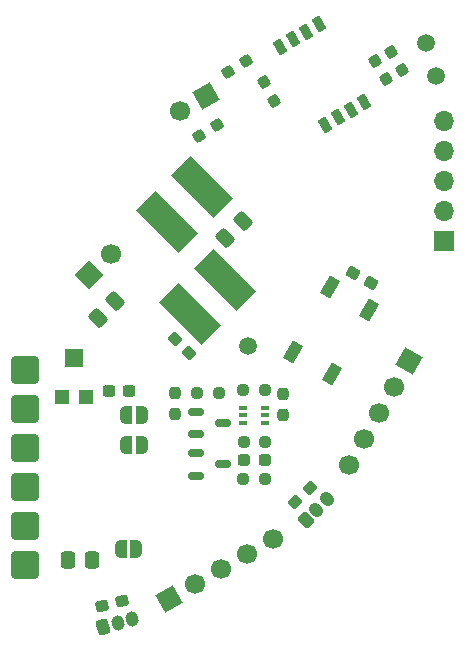
<source format=gbr>
%TF.GenerationSoftware,KiCad,Pcbnew,7.0.7*%
%TF.CreationDate,2023-12-04T17:40:57-05:00*%
%TF.ProjectId,PEEKbot_APS,5045454b-626f-4745-9f41-50532e6b6963,rev?*%
%TF.SameCoordinates,Original*%
%TF.FileFunction,Soldermask,Top*%
%TF.FilePolarity,Negative*%
%FSLAX46Y46*%
G04 Gerber Fmt 4.6, Leading zero omitted, Abs format (unit mm)*
G04 Created by KiCad (PCBNEW 7.0.7) date 2023-12-04 17:40:57*
%MOMM*%
%LPD*%
G01*
G04 APERTURE LIST*
G04 Aperture macros list*
%AMRoundRect*
0 Rectangle with rounded corners*
0 $1 Rounding radius*
0 $2 $3 $4 $5 $6 $7 $8 $9 X,Y pos of 4 corners*
0 Add a 4 corners polygon primitive as box body*
4,1,4,$2,$3,$4,$5,$6,$7,$8,$9,$2,$3,0*
0 Add four circle primitives for the rounded corners*
1,1,$1+$1,$2,$3*
1,1,$1+$1,$4,$5*
1,1,$1+$1,$6,$7*
1,1,$1+$1,$8,$9*
0 Add four rect primitives between the rounded corners*
20,1,$1+$1,$2,$3,$4,$5,0*
20,1,$1+$1,$4,$5,$6,$7,0*
20,1,$1+$1,$6,$7,$8,$9,0*
20,1,$1+$1,$8,$9,$2,$3,0*%
%AMHorizOval*
0 Thick line with rounded ends*
0 $1 width*
0 $2 $3 position (X,Y) of the first rounded end (center of the circle)*
0 $4 $5 position (X,Y) of the second rounded end (center of the circle)*
0 Add line between two ends*
20,1,$1,$2,$3,$4,$5,0*
0 Add two circle primitives to create the rounded ends*
1,1,$1,$2,$3*
1,1,$1,$4,$5*%
%AMRotRect*
0 Rectangle, with rotation*
0 The origin of the aperture is its center*
0 $1 length*
0 $2 width*
0 $3 Rotation angle, in degrees counterclockwise*
0 Add horizontal line*
21,1,$1,$2,0,0,$3*%
%AMFreePoly0*
4,1,19,0.500000,-0.750000,0.000000,-0.750000,0.000000,-0.744911,-0.071157,-0.744911,-0.207708,-0.704816,-0.327430,-0.627875,-0.420627,-0.520320,-0.479746,-0.390866,-0.500000,-0.250000,-0.500000,0.250000,-0.479746,0.390866,-0.420627,0.520320,-0.327430,0.627875,-0.207708,0.704816,-0.071157,0.744911,0.000000,0.744911,0.000000,0.750000,0.500000,0.750000,0.500000,-0.750000,0.500000,-0.750000,
$1*%
%AMFreePoly1*
4,1,19,0.000000,0.744911,0.071157,0.744911,0.207708,0.704816,0.327430,0.627875,0.420627,0.520320,0.479746,0.390866,0.500000,0.250000,0.500000,-0.250000,0.479746,-0.390866,0.420627,-0.520320,0.327430,-0.627875,0.207708,-0.704816,0.071157,-0.744911,0.000000,-0.744911,0.000000,-0.750000,-0.500000,-0.750000,-0.500000,0.750000,0.000000,0.750000,0.000000,0.744911,0.000000,0.744911,
$1*%
G04 Aperture macros list end*
%ADD10FreePoly0,180.000000*%
%ADD11FreePoly1,180.000000*%
%ADD12RoundRect,0.237500X-0.044194X-0.380070X0.380070X0.044194X0.044194X0.380070X-0.380070X-0.044194X0*%
%ADD13RoundRect,0.237500X0.237500X-0.250000X0.237500X0.250000X-0.237500X0.250000X-0.237500X-0.250000X0*%
%ADD14RoundRect,0.237500X0.250000X0.237500X-0.250000X0.237500X-0.250000X-0.237500X0.250000X-0.237500X0*%
%ADD15RoundRect,0.250001X0.899999X0.899999X-0.899999X0.899999X-0.899999X-0.899999X0.899999X-0.899999X0*%
%ADD16RotRect,1.700000X1.700000X300.000000*%
%ADD17HorizOval,1.700000X0.000000X0.000000X0.000000X0.000000X0*%
%ADD18RotRect,1.270000X0.760000X120.000000*%
%ADD19RoundRect,0.237500X-0.228308X-0.307053X0.351247X-0.151762X0.228308X0.307053X-0.351247X0.151762X0*%
%ADD20RoundRect,0.237500X-0.330681X0.097756X-0.080681X-0.335256X0.330681X-0.097756X0.080681X0.335256X0*%
%ADD21RoundRect,0.237500X0.097756X0.330681X-0.335256X0.080681X-0.097756X-0.330681X0.335256X-0.080681X0*%
%ADD22RoundRect,0.150000X-0.512500X-0.150000X0.512500X-0.150000X0.512500X0.150000X-0.512500X0.150000X0*%
%ADD23RoundRect,0.237500X0.380070X-0.044194X-0.044194X0.380070X-0.380070X0.044194X0.044194X-0.380070X0*%
%ADD24RoundRect,0.237500X-0.287500X-0.237500X0.287500X-0.237500X0.287500X0.237500X-0.287500X0.237500X0*%
%ADD25R,1.200000X1.200000*%
%ADD26R,1.600000X1.500000*%
%ADD27C,1.500000*%
%ADD28RoundRect,0.237500X0.378558X0.055681X-0.141058X0.355681X-0.378558X-0.055681X0.141058X-0.355681X0*%
%ADD29RoundRect,0.237500X-0.250000X-0.237500X0.250000X-0.237500X0.250000X0.237500X-0.250000X0.237500X0*%
%ADD30RoundRect,0.237500X0.300000X0.237500X-0.300000X0.237500X-0.300000X-0.237500X0.300000X-0.237500X0*%
%ADD31RoundRect,0.249900X0.088388X-0.477438X0.477438X-0.088388X-0.088388X0.477438X-0.477438X0.088388X0*%
%ADD32HorizOval,1.050000X-0.088388X0.088388X0.088388X-0.088388X0*%
%ADD33RoundRect,0.237500X-0.237500X0.250000X-0.237500X-0.250000X0.237500X-0.250000X0.237500X0.250000X0*%
%ADD34RoundRect,0.237500X-0.097756X-0.330681X0.335256X-0.080681X0.097756X0.330681X-0.335256X0.080681X0*%
%ADD35RoundRect,0.250000X0.337500X0.475000X-0.337500X0.475000X-0.337500X-0.475000X0.337500X-0.475000X0*%
%ADD36RotRect,2.350000X5.100000X45.000000*%
%ADD37RotRect,1.700000X1.000000X240.000000*%
%ADD38R,1.700000X1.700000*%
%ADD39O,1.700000X1.700000*%
%ADD40RoundRect,0.250000X-0.097227X0.574524X-0.574524X0.097227X0.097227X-0.574524X0.574524X-0.097227X0*%
%ADD41RotRect,1.700000X1.700000X330.000000*%
%ADD42HorizOval,1.700000X0.000000X0.000000X0.000000X0.000000X0*%
%ADD43RotRect,1.700000X1.700000X135.000000*%
%ADD44HorizOval,1.700000X0.000000X0.000000X0.000000X0.000000X0*%
%ADD45R,0.650000X0.400000*%
%ADD46RoundRect,0.249900X-0.162173X-0.457668X0.369280X-0.315266X0.162173X0.457668X-0.369280X0.315266X0*%
%ADD47HorizOval,1.050000X-0.032352X0.120741X0.032352X-0.120741X0*%
%ADD48RoundRect,0.250000X0.097227X-0.574524X0.574524X-0.097227X-0.097227X0.574524X-0.574524X0.097227X0*%
%ADD49RotRect,1.700000X1.700000X120.000000*%
%ADD50HorizOval,1.700000X0.000000X0.000000X0.000000X0.000000X0*%
G04 APERTURE END LIST*
D10*
%TO.C,JP3*%
X28024588Y-174487102D03*
D11*
X26724588Y-174487102D03*
%TD*%
D12*
%TO.C,C10*%
X41025458Y-181894056D03*
X42245218Y-180674296D03*
%TD*%
D13*
%TO.C,R9*%
X39949798Y-174553193D03*
X39949798Y-172728193D03*
%TD*%
D14*
%TO.C,R11*%
X38441492Y-172373900D03*
X36616492Y-172373900D03*
%TD*%
D15*
%TO.C,H2*%
X18148613Y-173979091D03*
%TD*%
D16*
%TO.C,J1*%
X33461793Y-147535201D03*
D17*
X31262088Y-148805201D03*
%TD*%
D18*
%TO.C,SW1*%
X43518297Y-149950694D03*
X44618149Y-149315694D03*
X45718001Y-148680694D03*
X46817853Y-148045694D03*
X43007853Y-141446580D03*
X41908001Y-142081580D03*
X40808149Y-142716580D03*
X39708297Y-143351580D03*
%TD*%
D19*
%TO.C,C8*%
X24706512Y-190710040D03*
X26372734Y-190263578D03*
%TD*%
D20*
%TO.C,R7*%
X38352952Y-146315658D03*
X39265452Y-147896154D03*
%TD*%
D21*
%TO.C,R8*%
X36884500Y-144567809D03*
X35304004Y-145480309D03*
%TD*%
D22*
%TO.C,Q2*%
X32663214Y-174268693D03*
X32663214Y-176168693D03*
X34938214Y-175218693D03*
%TD*%
D23*
%TO.C,C13*%
X32043433Y-169297741D03*
X30823673Y-168077981D03*
%TD*%
D14*
%TO.C,R12*%
X38494191Y-176793511D03*
X36669191Y-176793511D03*
%TD*%
D24*
%TO.C,R13*%
X36704813Y-178317487D03*
X38454813Y-178317487D03*
%TD*%
D25*
%TO.C,VR1*%
X21314211Y-172957492D03*
D26*
X22314211Y-169707492D03*
D25*
X23314211Y-172957492D03*
%TD*%
D27*
%TO.C,TP2*%
X37044159Y-168712087D03*
%TD*%
D28*
%TO.C,C2*%
X47436246Y-163334465D03*
X45942352Y-162471965D03*
%TD*%
D15*
%TO.C,H4*%
X18148607Y-170677104D03*
%TD*%
D29*
%TO.C,R15*%
X32704911Y-172678696D03*
X34529911Y-172678696D03*
%TD*%
D15*
%TO.C,H5*%
X18118597Y-187187097D03*
%TD*%
%TO.C,H3*%
X18148617Y-177281105D03*
%TD*%
D20*
%TO.C,R6*%
X47802713Y-144509399D03*
X48715213Y-146089895D03*
%TD*%
D30*
%TO.C,C11*%
X26955604Y-172505899D03*
X25230604Y-172505899D03*
%TD*%
D31*
%TO.C,U4*%
X41922717Y-183439438D03*
D32*
X42820743Y-182541412D03*
X43718768Y-181643387D03*
%TD*%
D33*
%TO.C,R16*%
X30874207Y-172629794D03*
X30874207Y-174454794D03*
%TD*%
D34*
%TO.C,R25*%
X32862488Y-150890323D03*
X34442984Y-149977823D03*
%TD*%
D35*
%TO.C,C18*%
X23825409Y-186831509D03*
X21750409Y-186831509D03*
%TD*%
D10*
%TO.C,JP4*%
X28024627Y-177027092D03*
D11*
X26724627Y-177027092D03*
%TD*%
D36*
%TO.C,L1*%
X32116041Y-165993769D03*
X35050535Y-163059275D03*
%TD*%
D37*
%TO.C,S1*%
X47292793Y-165597098D03*
X44142793Y-171053058D03*
X44001897Y-163697098D03*
X40851897Y-169153058D03*
%TD*%
D36*
%TO.C,L2*%
X30189229Y-158154635D03*
X33123723Y-155220141D03*
%TD*%
D38*
%TO.C,J3*%
X53642826Y-159755108D03*
D39*
X53642826Y-157215108D03*
X53642826Y-154675108D03*
X53642826Y-152135108D03*
X53642826Y-149595108D03*
%TD*%
D20*
%TO.C,R5*%
X49122559Y-143747402D03*
X50035059Y-145327898D03*
%TD*%
D15*
%TO.C,H6*%
X18148593Y-183885098D03*
%TD*%
D27*
%TO.C,TP3*%
X52982402Y-145785099D03*
%TD*%
D22*
%TO.C,Q1*%
X32601414Y-177758700D03*
X32601414Y-179658700D03*
X34876414Y-178708700D03*
%TD*%
D40*
%TO.C,F1*%
X25752901Y-164845403D03*
X24285655Y-166312649D03*
%TD*%
D27*
%TO.C,TP4*%
X52118813Y-143041899D03*
%TD*%
D14*
%TO.C,R18*%
X38441502Y-179943100D03*
X36616502Y-179943100D03*
%TD*%
D41*
%TO.C,J4*%
X50643104Y-169939619D03*
D42*
X49373104Y-172139324D03*
X48103104Y-174339028D03*
X46833104Y-176538733D03*
X45563104Y-178738437D03*
%TD*%
D43*
%TO.C,J5*%
X23601238Y-162701477D03*
D44*
X25397289Y-160905426D03*
%TD*%
D45*
%TO.C,U5*%
X36594221Y-173908303D03*
X36594221Y-174558303D03*
X36594221Y-175208303D03*
X38494221Y-175208303D03*
X38494221Y-174558303D03*
X38494221Y-173908303D03*
%TD*%
D46*
%TO.C,U2*%
X24760991Y-192483565D03*
D47*
X25987717Y-192154865D03*
X27214443Y-191826165D03*
%TD*%
D48*
%TO.C,C20*%
X35118437Y-159524117D03*
X36585683Y-158056871D03*
%TD*%
D49*
%TO.C,J2*%
X30310310Y-190133488D03*
D50*
X32510015Y-188863488D03*
X34709719Y-187593488D03*
X36909424Y-186323488D03*
X39109128Y-185053488D03*
%TD*%
D15*
%TO.C,H1*%
X18148596Y-180583103D03*
%TD*%
D10*
%TO.C,JP5*%
X27542293Y-185858296D03*
D11*
X26242293Y-185858296D03*
%TD*%
M02*

</source>
